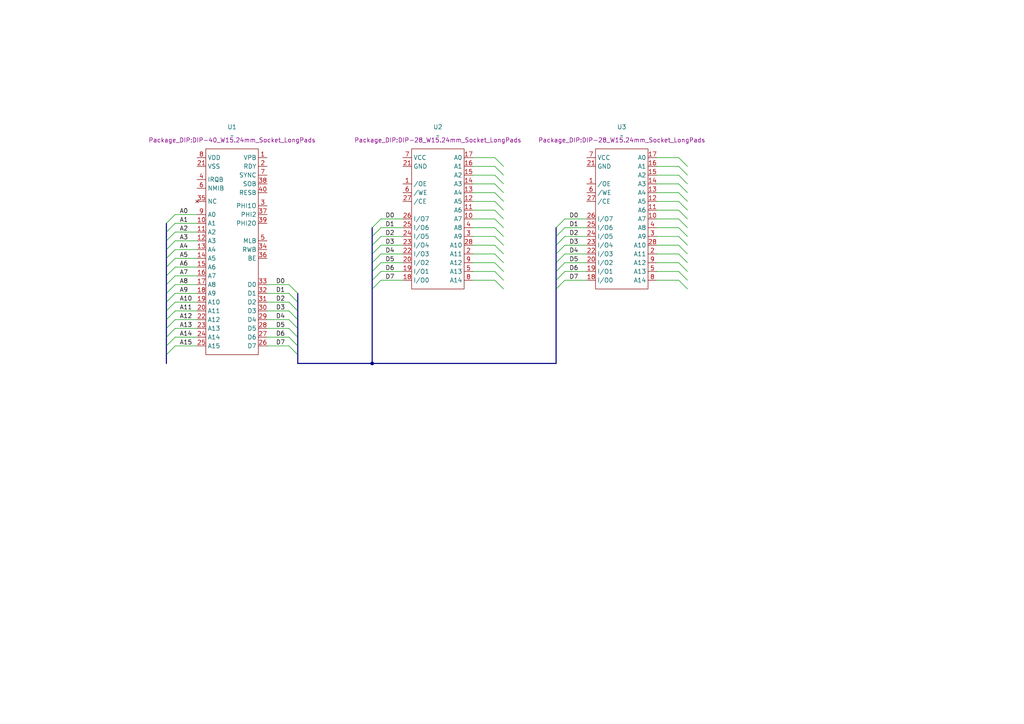
<source format=kicad_sch>
(kicad_sch (version 20231120) (generator "eeschema") (generator_version "8.0")
  (paper "A4")
  (lib_symbols
    (symbol "6502:28C256"
      (property "Reference" "U" (at 0 0 0))
      (property "Footprint" "Package_DIP:DIP-28_W15.24mm_Socket_LongPads" (at 0 0 0))
      (symbol "28C256_0_1"
        (rectangle (start -7.62 -1.27) (end 7.62 -41.91))
      )
      (symbol "28C256_1_1"
        (pin input line (at -10.16 -11.43 0) (length 2.54) (name "/OE") (number "1"))
        (pin input line (at 10.16 -21.59 180) (length 2.54) (name "A7") (number "10"))
        (pin input line (at 10.16 -19.05 180) (length 2.54) (name "A6") (number "11"))
        (pin input line (at 10.16 -16.51 180) (length 2.54) (name "A5") (number "12"))
        (pin input line (at 10.16 -13.97 180) (length 2.54) (name "A4") (number "13"))
        (pin input line (at 10.16 -11.43 180) (length 2.54) (name "A3") (number "14"))
        (pin input line (at 10.16 -8.89 180) (length 2.54) (name "A2") (number "15"))
        (pin input line (at 10.16 -6.35 180) (length 2.54) (name "A1") (number "16"))
        (pin input line (at 10.16 -3.81 180) (length 2.54) (name "A0") (number "17"))
        (pin bidirectional line (at -10.16 -39.37 0) (length 2.54) (name "I/O0") (number "18"))
        (pin bidirectional line (at -10.16 -36.83 0) (length 2.54) (name "I/O1") (number "19"))
        (pin input line (at 10.16 -31.75 180) (length 2.54) (name "A11") (number "2"))
        (pin bidirectional line (at -10.16 -34.29 0) (length 2.54) (name "I/O2") (number "20"))
        (pin power_in line (at -10.16 -6.35 0) (length 2.54) (name "GND") (number "21"))
        (pin bidirectional line (at -10.16 -31.75 0) (length 2.54) (name "I/O3") (number "22"))
        (pin bidirectional line (at -10.16 -29.21 0) (length 2.54) (name "I/O4") (number "23"))
        (pin bidirectional line (at -10.16 -26.67 0) (length 2.54) (name "I/O5") (number "24"))
        (pin bidirectional line (at -10.16 -24.13 0) (length 2.54) (name "I/O6") (number "25"))
        (pin bidirectional line (at -10.16 -21.59 0) (length 2.54) (name "I/O7") (number "26"))
        (pin input line (at -10.16 -16.51 0) (length 2.54) (name "/CE") (number "27"))
        (pin input line (at 10.16 -29.21 180) (length 2.54) (name "A10") (number "28"))
        (pin input line (at 10.16 -26.67 180) (length 2.54) (name "A9") (number "3"))
        (pin input line (at 10.16 -24.13 180) (length 2.54) (name "A8") (number "4"))
        (pin input line (at 10.16 -36.83 180) (length 2.54) (name "A13") (number "5"))
        (pin input line (at -10.16 -13.97 0) (length 2.54) (name "/WE") (number "6"))
        (pin power_in line (at -10.16 -3.81 0) (length 2.54) (name "VCC") (number "7"))
        (pin input line (at 10.16 -39.37 180) (length 2.54) (name "A14") (number "8"))
        (pin input line (at 10.16 -34.29 180) (length 2.54) (name "A12") (number "9"))
      )
    )
    (symbol "6502:62256"
      (property "Reference" "U" (at 0 0 0))
      (property "Footprint" "Package_DIP:DIP-28_W15.24mm_Socket_LongPads" (at 0 0 0))
      (symbol "62256_0_1"
        (rectangle (start -7.62 -1.27) (end 7.62 -41.91))
      )
      (symbol "62256_1_1"
        (pin input line (at -10.16 -11.43 0) (length 2.54) (name "/OE") (number "1"))
        (pin input line (at 10.16 -21.59 180) (length 2.54) (name "A7") (number "10"))
        (pin input line (at 10.16 -19.05 180) (length 2.54) (name "A6") (number "11"))
        (pin input line (at 10.16 -16.51 180) (length 2.54) (name "A5") (number "12"))
        (pin input line (at 10.16 -13.97 180) (length 2.54) (name "A4") (number "13"))
        (pin input line (at 10.16 -11.43 180) (length 2.54) (name "A3") (number "14"))
        (pin input line (at 10.16 -8.89 180) (length 2.54) (name "A2") (number "15"))
        (pin input line (at 10.16 -6.35 180) (length 2.54) (name "A1") (number "16"))
        (pin input line (at 10.16 -3.81 180) (length 2.54) (name "A0") (number "17"))
        (pin bidirectional line (at -10.16 -39.37 0) (length 2.54) (name "I/O0") (number "18"))
        (pin bidirectional line (at -10.16 -36.83 0) (length 2.54) (name "I/O1") (number "19"))
        (pin input line (at 10.16 -31.75 180) (length 2.54) (name "A11") (number "2"))
        (pin bidirectional line (at -10.16 -34.29 0) (length 2.54) (name "I/O2") (number "20"))
        (pin power_in line (at -10.16 -6.35 0) (length 2.54) (name "GND") (number "21"))
        (pin bidirectional line (at -10.16 -31.75 0) (length 2.54) (name "I/O3") (number "22"))
        (pin bidirectional line (at -10.16 -29.21 0) (length 2.54) (name "I/O4") (number "23"))
        (pin bidirectional line (at -10.16 -26.67 0) (length 2.54) (name "I/O5") (number "24"))
        (pin bidirectional line (at -10.16 -24.13 0) (length 2.54) (name "I/O6") (number "25"))
        (pin bidirectional line (at -10.16 -21.59 0) (length 2.54) (name "I/O7") (number "26"))
        (pin input line (at -10.16 -16.51 0) (length 2.54) (name "/CE") (number "27"))
        (pin input line (at 10.16 -29.21 180) (length 2.54) (name "A10") (number "28"))
        (pin input line (at 10.16 -26.67 180) (length 2.54) (name "A9") (number "3"))
        (pin input line (at 10.16 -24.13 180) (length 2.54) (name "A8") (number "4"))
        (pin input line (at 10.16 -36.83 180) (length 2.54) (name "A13") (number "5"))
        (pin input line (at -10.16 -13.97 0) (length 2.54) (name "/WE") (number "6"))
        (pin power_in line (at -10.16 -3.81 0) (length 2.54) (name "VCC") (number "7"))
        (pin input line (at 10.16 -39.37 180) (length 2.54) (name "A14") (number "8"))
        (pin input line (at 10.16 -34.29 180) (length 2.54) (name "A12") (number "9"))
      )
    )
    (symbol "6502:W65C02S"
      (property "Reference" "U" (at 0 0 0))
      (property "Footprint" "Package_DIP:DIP-40_W15.24mm_Socket_LongPads" (at 0 0 0))
      (symbol "W65C02S_0_1"
        (rectangle (start -7.62 -2.54) (end 7.62 -62.23))
      )
      (symbol "W65C02S_1_1"
        (pin output line (at 10.16 -5.08 180) (length 2.54) (name "VPB") (number "1"))
        (pin output line (at -10.16 -24.13 0) (length 2.54) (name "A1") (number "10"))
        (pin output line (at -10.16 -26.67 0) (length 2.54) (name "A2") (number "11"))
        (pin output line (at -10.16 -29.21 0) (length 2.54) (name "A3") (number "12"))
        (pin output line (at -10.16 -31.75 0) (length 2.54) (name "A4") (number "13"))
        (pin output line (at -10.16 -34.29 0) (length 2.54) (name "A5") (number "14"))
        (pin output line (at -10.16 -36.83 0) (length 2.54) (name "A6") (number "15"))
        (pin output line (at -10.16 -39.37 0) (length 2.54) (name "A7") (number "16"))
        (pin output line (at -10.16 -41.91 0) (length 2.54) (name "A8") (number "17"))
        (pin output line (at -10.16 -44.45 0) (length 2.54) (name "A9") (number "18"))
        (pin output line (at -10.16 -46.99 0) (length 2.54) (name "A10") (number "19"))
        (pin bidirectional line (at 10.16 -7.62 180) (length 2.54) (name "RDY") (number "2"))
        (pin output line (at -10.16 -49.53 0) (length 2.54) (name "A11") (number "20"))
        (pin power_in line (at -10.16 -7.62 0) (length 2.54) (name "VSS") (number "21"))
        (pin output line (at -10.16 -52.07 0) (length 2.54) (name "A12") (number "22"))
        (pin output line (at -10.16 -54.61 0) (length 2.54) (name "A13") (number "23"))
        (pin output line (at -10.16 -57.15 0) (length 2.54) (name "A14") (number "24"))
        (pin output line (at -10.16 -59.69 0) (length 2.54) (name "A15") (number "25"))
        (pin bidirectional line (at 10.16 -59.69 180) (length 2.54) (name "D7") (number "26"))
        (pin bidirectional line (at 10.16 -57.15 180) (length 2.54) (name "D6") (number "27"))
        (pin bidirectional line (at 10.16 -54.61 180) (length 2.54) (name "D5") (number "28"))
        (pin bidirectional line (at 10.16 -52.07 180) (length 2.54) (name "D4") (number "29"))
        (pin output line (at 10.16 -19.05 180) (length 2.54) (name "PHI1O") (number "3"))
        (pin bidirectional line (at 10.16 -49.53 180) (length 2.54) (name "D3") (number "30"))
        (pin bidirectional line (at 10.16 -46.99 180) (length 2.54) (name "D2") (number "31"))
        (pin bidirectional line (at 10.16 -44.45 180) (length 2.54) (name "D1") (number "32"))
        (pin bidirectional line (at 10.16 -41.91 180) (length 2.54) (name "D0") (number "33"))
        (pin output line (at 10.16 -31.75 180) (length 2.54) (name "RWB") (number "34"))
        (pin no_connect line (at -10.16 -17.78 0) (length 2.54) (name "NC") (number "35"))
        (pin input line (at 10.16 -34.29 180) (length 2.54) (name "BE") (number "36"))
        (pin input line (at 10.16 -21.59 180) (length 2.54) (name "PHI2") (number "37"))
        (pin input line (at 10.16 -12.7 180) (length 2.54) (name "SOB") (number "38"))
        (pin output line (at 10.16 -24.13 180) (length 2.54) (name "PHI2O") (number "39"))
        (pin input line (at -10.16 -11.43 0) (length 2.54) (name "IRQB") (number "4"))
        (pin input line (at 10.16 -15.24 180) (length 2.54) (name "RESB") (number "40"))
        (pin output line (at 10.16 -29.21 180) (length 2.54) (name "MLB") (number "5"))
        (pin input line (at -10.16 -13.97 0) (length 2.54) (name "NMIB") (number "6"))
        (pin output line (at 10.16 -10.16 180) (length 2.54) (name "SYNC") (number "7"))
        (pin power_in line (at -10.16 -5.08 0) (length 2.54) (name "VDD") (number "8"))
        (pin output line (at -10.16 -21.59 0) (length 2.54) (name "A0") (number "9"))
      )
    )
  )
  (junction (at 107.95 105.41))
  (bus_entry (at 83.82 82.55) (size 2.54 2.54))
  (bus_entry (at 163.83 63.5) (size -2.54 2.54))
  (bus_entry (at 83.82 97.79) (size 2.54 2.54))
  (bus_entry (at 48.26 67.31) (size 2.54 -2.54))
  (bus_entry (at 110.49 81.28) (size -2.54 2.54))
  (bus_entry (at 48.26 77.47) (size 2.54 -2.54))
  (bus_entry (at 48.26 74.93) (size 2.54 -2.54))
  (bus_entry (at 83.82 100.33) (size 2.54 2.54))
  (bus_entry (at 196.85 55.88) (size 2.54 2.54))
  (bus_entry (at 48.26 95.25) (size 2.54 -2.54))
  (bus_entry (at 196.85 66.04) (size 2.54 2.54))
  (bus_entry (at 196.85 71.12) (size 2.54 2.54))
  (bus_entry (at 163.83 78.74) (size -2.54 2.54))
  (bus_entry (at 196.85 73.66) (size 2.54 2.54))
  (bus_entry (at 48.26 85.09) (size 2.54 -2.54))
  (bus_entry (at 196.85 78.74) (size 2.54 2.54))
  (bus_entry (at 196.85 76.2) (size 2.54 2.54))
  (bus_entry (at 143.51 63.5) (size 2.54 2.54))
  (bus_entry (at 110.49 66.04) (size -2.54 2.54))
  (bus_entry (at 110.49 63.5) (size -2.54 2.54))
  (bus_entry (at 48.26 82.55) (size 2.54 -2.54))
  (bus_entry (at 83.82 95.25) (size 2.54 2.54))
  (bus_entry (at 163.83 73.66) (size -2.54 2.54))
  (bus_entry (at 143.51 55.88) (size 2.54 2.54))
  (bus_entry (at 83.82 87.63) (size 2.54 2.54))
  (bus_entry (at 83.82 85.09) (size 2.54 2.54))
  (bus_entry (at 196.85 58.42) (size 2.54 2.54))
  (bus_entry (at 48.26 87.63) (size 2.54 -2.54))
  (bus_entry (at 143.51 81.28) (size 2.54 2.54))
  (bus_entry (at 48.26 102.87) (size 2.54 -2.54))
  (bus_entry (at 143.51 45.72) (size 2.54 2.54))
  (bus_entry (at 163.83 81.28) (size -2.54 2.54))
  (bus_entry (at 163.83 71.12) (size -2.54 2.54))
  (bus_entry (at 143.51 50.8) (size 2.54 2.54))
  (bus_entry (at 143.51 48.26) (size 2.54 2.54))
  (bus_entry (at 143.51 73.66) (size 2.54 2.54))
  (bus_entry (at 48.26 69.85) (size 2.54 -2.54))
  (bus_entry (at 48.26 90.17) (size 2.54 -2.54))
  (bus_entry (at 163.83 76.2) (size -2.54 2.54))
  (bus_entry (at 143.51 66.04) (size 2.54 2.54))
  (bus_entry (at 110.49 78.74) (size -2.54 2.54))
  (bus_entry (at 48.26 80.01) (size 2.54 -2.54))
  (bus_entry (at 143.51 68.58) (size 2.54 2.54))
  (bus_entry (at 110.49 76.2) (size -2.54 2.54))
  (bus_entry (at 196.85 45.72) (size 2.54 2.54))
  (bus_entry (at 196.85 60.96) (size 2.54 2.54))
  (bus_entry (at 163.83 68.58) (size -2.54 2.54))
  (bus_entry (at 83.82 90.17) (size 2.54 2.54))
  (bus_entry (at 143.51 71.12) (size 2.54 2.54))
  (bus_entry (at 48.26 100.33) (size 2.54 -2.54))
  (bus_entry (at 110.49 68.58) (size -2.54 2.54))
  (bus_entry (at 196.85 50.8) (size 2.54 2.54))
  (bus_entry (at 110.49 73.66) (size -2.54 2.54))
  (bus_entry (at 110.49 71.12) (size -2.54 2.54))
  (bus_entry (at 196.85 81.28) (size 2.54 2.54))
  (bus_entry (at 196.85 63.5) (size 2.54 2.54))
  (bus_entry (at 143.51 76.2) (size 2.54 2.54))
  (bus_entry (at 196.85 48.26) (size 2.54 2.54))
  (bus_entry (at 48.26 72.39) (size 2.54 -2.54))
  (bus_entry (at 143.51 78.74) (size 2.54 2.54))
  (bus_entry (at 163.83 66.04) (size -2.54 2.54))
  (bus_entry (at 48.26 64.77) (size 2.54 -2.54))
  (bus_entry (at 143.51 60.96) (size 2.54 2.54))
  (bus_entry (at 83.82 92.71) (size 2.54 2.54))
  (bus_entry (at 196.85 53.34) (size 2.54 2.54))
  (bus_entry (at 196.85 68.58) (size 2.54 2.54))
  (bus_entry (at 143.51 53.34) (size 2.54 2.54))
  (bus_entry (at 48.26 97.79) (size 2.54 -2.54))
  (bus_entry (at 48.26 92.71) (size 2.54 -2.54))
  (bus_entry (at 143.51 58.42) (size 2.54 2.54))
  (wire (pts (xy 190.5 73.66) (xy 196.85 73.66)))
  (bus (pts (xy 48.26 82.55) (xy 48.26 85.09)))
  (wire (pts (xy 110.49 73.66) (xy 116.84 73.66)))
  (wire (pts (xy 137.16 58.42) (xy 143.51 58.42)))
  (wire (pts (xy 50.8 64.77) (xy 57.15 64.77)))
  (wire (pts (xy 77.47 90.17) (xy 83.82 90.17)))
  (bus (pts (xy 48.26 67.31) (xy 48.26 69.85)))
  (wire (pts (xy 163.83 81.28) (xy 170.18 81.28)))
  (wire (pts (xy 50.8 100.33) (xy 57.15 100.33)))
  (bus (pts (xy 48.26 95.25) (xy 48.26 97.79)))
  (wire (pts (xy 137.16 66.04) (xy 143.51 66.04)))
  (bus (pts (xy 48.26 92.71) (xy 48.26 95.25)))
  (bus (pts (xy 107.95 73.66) (xy 107.95 76.2)))
  (wire (pts (xy 50.8 80.01) (xy 57.15 80.01)))
  (wire (pts (xy 163.83 63.5) (xy 170.18 63.5)))
  (wire (pts (xy 137.16 55.88) (xy 143.51 55.88)))
  (bus (pts (xy 107.95 71.12) (xy 107.95 73.66)))
  (wire (pts (xy 77.47 92.71) (xy 83.82 92.71)))
  (bus (pts (xy 48.26 77.47) (xy 48.26 80.01)))
  (bus (pts (xy 48.26 100.33) (xy 48.26 102.87)))
  (wire (pts (xy 50.8 62.23) (xy 57.15 62.23)))
  (bus (pts (xy 48.26 64.77) (xy 48.26 67.31)))
  (wire (pts (xy 190.5 55.88) (xy 196.85 55.88)))
  (bus (pts (xy 161.29 81.28) (xy 161.29 83.82)))
  (wire (pts (xy 77.47 95.25) (xy 83.82 95.25)))
  (wire (pts (xy 50.8 74.93) (xy 57.15 74.93)))
  (wire (pts (xy 137.16 68.58) (xy 143.51 68.58)))
  (wire (pts (xy 110.49 68.58) (xy 116.84 68.58)))
  (wire (pts (xy 137.16 48.26) (xy 143.51 48.26)))
  (bus (pts (xy 86.36 85.09) (xy 86.36 87.63)))
  (wire (pts (xy 190.5 66.04) (xy 196.85 66.04)))
  (wire (pts (xy 163.83 73.66) (xy 170.18 73.66)))
  (wire (pts (xy 110.49 76.2) (xy 116.84 76.2)))
  (wire (pts (xy 137.16 45.72) (xy 143.51 45.72)))
  (bus (pts (xy 48.26 69.85) (xy 48.26 72.39)))
  (wire (pts (xy 190.5 45.72) (xy 196.85 45.72)))
  (bus (pts (xy 86.36 100.33) (xy 86.36 102.87)))
  (bus (pts (xy 161.29 66.04) (xy 161.29 68.58)))
  (wire (pts (xy 190.5 68.58) (xy 196.85 68.58)))
  (bus (pts (xy 86.36 102.87) (xy 86.36 105.41)))
  (bus (pts (xy 107.95 78.74) (xy 107.95 81.28)))
  (wire (pts (xy 190.5 53.34) (xy 196.85 53.34)))
  (bus (pts (xy 86.36 92.71) (xy 86.36 95.25)))
  (bus (pts (xy 48.26 102.87) (xy 48.26 105.41)))
  (wire (pts (xy 137.16 78.74) (xy 143.51 78.74)))
  (wire (pts (xy 110.49 78.74) (xy 116.84 78.74)))
  (bus (pts (xy 107.95 105.41) (xy 161.29 105.41)))
  (wire (pts (xy 190.5 71.12) (xy 196.85 71.12)))
  (wire (pts (xy 50.8 90.17) (xy 57.15 90.17)))
  (bus (pts (xy 107.95 105.41) (xy 86.36 105.41)))
  (wire (pts (xy 190.5 50.8) (xy 196.85 50.8)))
  (bus (pts (xy 86.36 90.17) (xy 86.36 92.71)))
  (bus (pts (xy 161.29 73.66) (xy 161.29 76.2)))
  (bus (pts (xy 161.29 76.2) (xy 161.29 78.74)))
  (wire (pts (xy 163.83 68.58) (xy 170.18 68.58)))
  (wire (pts (xy 190.5 81.28) (xy 196.85 81.28)))
  (bus (pts (xy 161.29 71.12) (xy 161.29 73.66)))
  (wire (pts (xy 50.8 92.71) (xy 57.15 92.71)))
  (bus (pts (xy 161.29 68.58) (xy 161.29 71.12)))
  (wire (pts (xy 190.5 78.74) (xy 196.85 78.74)))
  (bus (pts (xy 107.95 68.58) (xy 107.95 71.12)))
  (wire (pts (xy 77.47 87.63) (xy 83.82 87.63)))
  (bus (pts (xy 48.26 90.17) (xy 48.26 92.71)))
  (wire (pts (xy 137.16 73.66) (xy 143.51 73.66)))
  (wire (pts (xy 190.5 48.26) (xy 196.85 48.26)))
  (wire (pts (xy 163.83 76.2) (xy 170.18 76.2)))
  (wire (pts (xy 77.47 85.09) (xy 83.82 85.09)))
  (wire (pts (xy 137.16 60.96) (xy 143.51 60.96)))
  (wire (pts (xy 137.16 53.34) (xy 143.51 53.34)))
  (bus (pts (xy 48.26 85.09) (xy 48.26 87.63)))
  (bus (pts (xy 107.95 76.2) (xy 107.95 78.74)))
  (wire (pts (xy 50.8 97.79) (xy 57.15 97.79)))
  (wire (pts (xy 137.16 81.28) (xy 143.51 81.28)))
  (wire (pts (xy 137.16 76.2) (xy 143.51 76.2)))
  (wire (pts (xy 163.83 78.74) (xy 170.18 78.74)))
  (wire (pts (xy 50.8 72.39) (xy 57.15 72.39)))
  (bus (pts (xy 107.95 81.28) (xy 107.95 83.82)))
  (wire (pts (xy 190.5 76.2) (xy 196.85 76.2)))
  (wire (pts (xy 190.5 60.96) (xy 196.85 60.96)))
  (wire (pts (xy 50.8 69.85) (xy 57.15 69.85)))
  (wire (pts (xy 137.16 71.12) (xy 143.51 71.12)))
  (bus (pts (xy 86.36 87.63) (xy 86.36 90.17)))
  (wire (pts (xy 50.8 82.55) (xy 57.15 82.55)))
  (wire (pts (xy 110.49 63.5) (xy 116.84 63.5)))
  (wire (pts (xy 137.16 63.5) (xy 143.51 63.5)))
  (wire (pts (xy 110.49 66.04) (xy 116.84 66.04)))
  (bus (pts (xy 48.26 74.93) (xy 48.26 77.47)))
  (wire (pts (xy 77.47 82.55) (xy 83.82 82.55)))
  (bus (pts (xy 161.29 83.82) (xy 161.29 105.41)))
  (bus (pts (xy 48.26 80.01) (xy 48.26 82.55)))
  (bus (pts (xy 107.95 83.82) (xy 107.95 105.41)))
  (wire (pts (xy 50.8 67.31) (xy 57.15 67.31)))
  (bus (pts (xy 86.36 95.25) (xy 86.36 97.79)))
  (wire (pts (xy 163.83 71.12) (xy 170.18 71.12)))
  (wire (pts (xy 163.83 66.04) (xy 170.18 66.04)))
  (wire (pts (xy 190.5 58.42) (xy 196.85 58.42)))
  (wire (pts (xy 50.8 87.63) (xy 57.15 87.63)))
  (wire (pts (xy 110.49 71.12) (xy 116.84 71.12)))
  (bus (pts (xy 48.26 87.63) (xy 48.26 90.17)))
  (bus (pts (xy 161.29 78.74) (xy 161.29 81.28)))
  (wire (pts (xy 50.8 77.47) (xy 57.15 77.47)))
  (wire (pts (xy 77.47 97.79) (xy 83.82 97.79)))
  (bus (pts (xy 86.36 97.79) (xy 86.36 100.33)))
  (wire (pts (xy 137.16 50.8) (xy 143.51 50.8)))
  (bus (pts (xy 48.26 97.79) (xy 48.26 100.33)))
  (bus (pts (xy 107.95 66.04) (xy 107.95 68.58)))
  (bus (pts (xy 48.26 72.39) (xy 48.26 74.93)))
  (wire (pts (xy 77.47 100.33) (xy 83.82 100.33)))
  (wire (pts (xy 110.49 81.28) (xy 116.84 81.28)))
  (wire (pts (xy 50.8 85.09) (xy 57.15 85.09)))
  (wire (pts (xy 50.8 95.25) (xy 57.15 95.25)))
  (wire (pts (xy 190.5 63.5) (xy 196.85 63.5)))
  (label "D2" (at 80.01 87.63 0))
  (label "D1" (at 80.01 85.09 0))
  (label "A8" (at 52.07 82.55 0))
  (label "D7" (at 165.1 81.28 0))
  (label "D5" (at 111.76 76.2 0))
  (label "A6" (at 52.07 77.47 0))
  (label "A12" (at 52.07 92.71 0))
  (label "A7" (at 52.07 80.01 0))
  (label "D3" (at 80.01 90.17 0))
  (label "D4" (at 165.1 73.66 0))
  (label "A9" (at 52.07 85.09 0))
  (label "D6" (at 165.1 78.74 0))
  (label "A11" (at 52.07 90.17 0))
  (label "A0" (at 52.07 62.23 0))
  (label "D7" (at 111.76 81.28 0))
  (label "D7" (at 80.01 100.33 0))
  (label "D1" (at 165.1 66.04 0))
  (label "D0" (at 165.1 63.5 0))
  (label "D2" (at 165.1 68.58 0))
  (label "A10" (at 52.07 87.63 0))
  (label "A4" (at 52.07 72.39 0))
  (label "D6" (at 80.01 97.79 0))
  (label "A13" (at 52.07 95.25 0))
  (label "D0" (at 111.76 63.5 0))
  (label "A14" (at 52.07 97.79 0))
  (label "D1" (at 111.76 66.04 0))
  (label "D2" (at 111.76 68.58 0))
  (label "A15" (at 52.07 100.33 0))
  (label "A3" (at 52.07 69.85 0))
  (label "D3" (at 111.76 71.12 0))
  (label "D0" (at 80.01 82.55 0))
  (label "A1" (at 52.07 64.77 0))
  (label "D5" (at 80.01 95.25 0))
  (label "D4" (at 80.01 92.71 0))
  (label "D5" (at 165.1 76.2 0))
  (label "D6" (at 111.76 78.74 0))
  (label "A5" (at 52.07 74.93 0))
  (label "A2" (at 52.07 67.31 0))
  (label "D3" (at 165.1 71.12 0))
  (label "D4" (at 111.76 73.66 0))
  (symbol (lib_id "6502:28C256") (at 180.34 41.91 0) (unit 1)
    (property "Reference" "U3" (at 180.34 36.83 0))
    (property "Value" "~" (at 180.34 39.37 0))
    (property "Footprint" "Package_DIP:DIP-28_W15.24mm_Socket_LongPads" (at 180.34 40.64 0))
  )
  (symbol (lib_id "6502:W65C02S") (at 67.31 40.64 0) (unit 1)
    (property "Reference" "U1" (at 67.31 36.83 0))
    (property "Value" "~" (at 67.31 39.37 0))
    (property "Footprint" "Package_DIP:DIP-40_W15.24mm_Socket_LongPads" (at 67.31 40.64 0))
  )
  (symbol (lib_id "6502:62256") (at 127 41.91 0) (unit 1)
    (property "Reference" "U2" (at 127 36.83 0))
    (property "Value" "~" (at 127 39.37 0))
    (property "Footprint" "Package_DIP:DIP-28_W15.24mm_Socket_LongPads" (at 127 40.64 0))
  )
)
</source>
